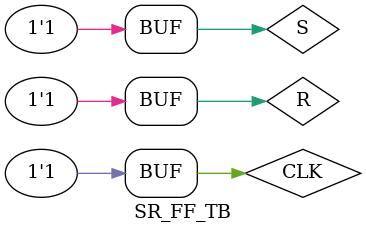
<source format=v>
module SR_FF(S, R, CLK, Q, Qbar);
    input S, R, CLK;
    output Q, Qbar;

    wire s1, r1;

    nand n1(s1, S, CLK);
    nand n2(r1, R, CLK);
    nand n3(Q,  s1, Qbar);
    nand n4(Qbar, r1, Q);
endmodule

module SR_FF_TB();
    reg S, R, CLK;
    wire Q, Qbar;

    SR_FF SR(S, R, CLK, Q, Qbar);

    initial begin
        $monitor("S=%b, R=%b, CLK=%b, Q=%b, Qbar=%b",
                  S, R, CLK, Q, Qbar);

        S=1; R=0; CLK=1; #10;
        S=0; R=0; CLK=1; #10;
        S=0; R=1; CLK=1; #10;
        S=1; R=1; CLK=1; #10;
    end
endmodule



</source>
